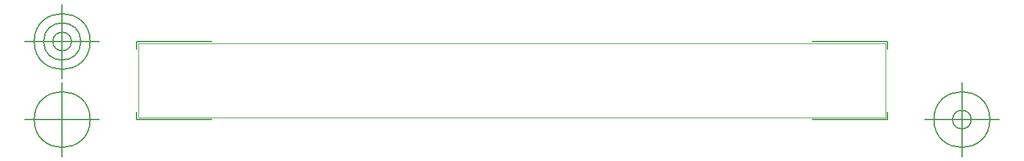
<source format=gbr>
G04 Generated by Ultiboard 14.2 *
%FSLAX46Y46*%
%MOIN*%

%ADD10C,0.000001*%
%ADD11C,0.005000*%
%ADD12C,0.000039*%


G04 ColorRGB B2B2B2 for the following layer *
%LN_uc2673a68b02*%
%LPD*%
G54D10*
G54D11*
X-10000Y-10000D02*
X-10000Y31370D01*
X-10000Y-10000D02*
X385701Y-10000D01*
X3947008Y-10000D02*
X3551307Y-10000D01*
X3947008Y-10000D02*
X3947008Y31370D01*
X3947008Y403701D02*
X3947008Y362331D01*
X3947008Y403701D02*
X3551307Y403701D01*
X-10000Y403701D02*
X385701Y403701D01*
X-10000Y403701D02*
X-10000Y362331D01*
X-206850Y-10000D02*
X-600551Y-10000D01*
X-403701Y-206850D02*
X-403701Y186850D01*
X-551339Y-10000D02*
G75*
D01*
G02X-551339Y-10000I147638J0*
G01*
X4143858Y-10000D02*
X4537559Y-10000D01*
X4340709Y-206850D02*
X4340709Y186850D01*
X4193071Y-10000D02*
G75*
D01*
G02X4193071Y-10000I147638J0*
G01*
X4291496Y-10000D02*
G75*
D01*
G02X4291496Y-10000I49213J0*
G01*
X-206850Y403701D02*
X-600551Y403701D01*
X-403701Y206850D02*
X-403701Y600551D01*
X-551339Y403701D02*
G75*
D01*
G02X-551339Y403701I147638J0*
G01*
X-502126Y403701D02*
G75*
D01*
G02X-502126Y403701I98425J0*
G01*
X-452913Y403701D02*
G75*
D01*
G02X-452913Y403701I49212J0*
G01*
X-10000Y-10000D02*
X-10000Y31370D01*
X-10000Y-10000D02*
X385701Y-10000D01*
X3947008Y-10000D02*
X3551307Y-10000D01*
X3947008Y-10000D02*
X3947008Y31370D01*
X3947008Y403701D02*
X3947008Y362331D01*
X3947008Y403701D02*
X3551307Y403701D01*
X-10000Y403701D02*
X385701Y403701D01*
X-10000Y403701D02*
X-10000Y362331D01*
X-206850Y-10000D02*
X-600551Y-10000D01*
X-403701Y-206850D02*
X-403701Y186850D01*
X-551339Y-10000D02*
G75*
D01*
G02X-551339Y-10000I147638J0*
G01*
X4143858Y-10000D02*
X4537559Y-10000D01*
X4340709Y-206850D02*
X4340709Y186850D01*
X4193071Y-10000D02*
G75*
D01*
G02X4193071Y-10000I147638J0*
G01*
X4291496Y-10000D02*
G75*
D01*
G02X4291496Y-10000I49213J0*
G01*
X-206850Y403701D02*
X-600551Y403701D01*
X-403701Y206850D02*
X-403701Y600551D01*
X-551339Y403701D02*
G75*
D01*
G02X-551339Y403701I147638J0*
G01*
X-502126Y403701D02*
G75*
D01*
G02X-502126Y403701I98425J0*
G01*
X-452913Y403701D02*
G75*
D01*
G02X-452913Y403701I49212J0*
G01*
G54D12*
X0Y0D02*
X3937008Y0D01*
X3937008Y393701D01*
X0Y393701D01*
X0Y0D01*

M02*

</source>
